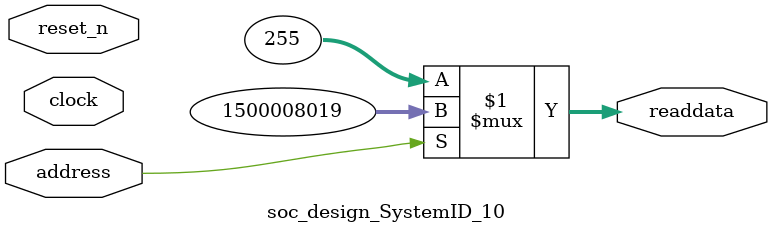
<source format=v>
module soc_design_SystemID_10 (
                address,
                clock,
                reset_n,
                readdata
             )
;
  output  [ 31: 0] readdata;
  input            address;
  input            clock;
  input            reset_n;
  wire    [ 31: 0] readdata;
  assign readdata = address ? 1500008019 : 255;
endmodule
</source>
